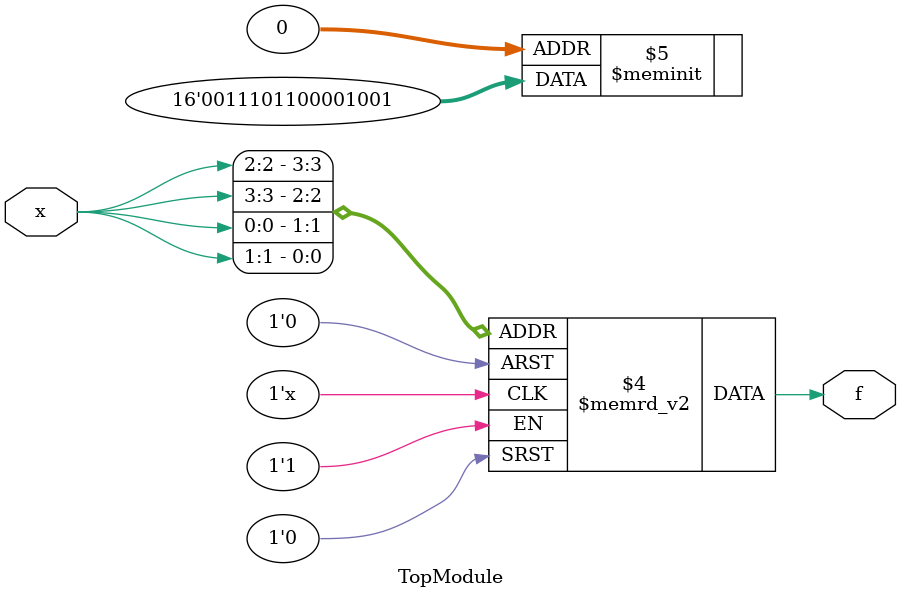
<source format=sv>
module TopModule (
    input logic [3:0] x,
    output logic f
);

always @(*) begin
    case ({x[2], x[3], x[0], x[1]})
        4'b0000: f = 1'b1; // 1
        4'b0001: f = 1'b0; // 0
        4'b0010: f = 1'b0; // 0
        4'b0011: f = 1'b1; // 1
        4'b0100: f = 1'b0; // 0
        4'b0101: f = 1'b0; // 0
        4'b0110: f = 1'b0; // 0
        4'b0111: f = 1'b0; // 0
        4'b1000: f = 1'b1; // 1
        4'b1001: f = 1'b1; // 1
        4'b1010: f = 1'b0; // 0
        4'b1011: f = 1'b1; // 1
        4'b1100: f = 1'b1; // 1
        4'b1101: f = 1'b1; // 1
        4'b1110: f = 1'b0; // 0
        4'b1111: f = 1'b0; // 0
        default: f = 1'b0; // Default case
    endcase
end

endmodule
</source>
